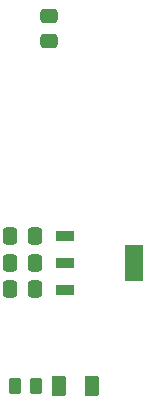
<source format=gbr>
%TF.GenerationSoftware,KiCad,Pcbnew,(6.0.9)*%
%TF.CreationDate,2023-05-29T15:26:19+10:00*%
%TF.ProjectId,SumoNyxPCB2.2,53756d6f-4e79-4785-9043-42322e322e6b,rev?*%
%TF.SameCoordinates,Original*%
%TF.FileFunction,Paste,Top*%
%TF.FilePolarity,Positive*%
%FSLAX46Y46*%
G04 Gerber Fmt 4.6, Leading zero omitted, Abs format (unit mm)*
G04 Created by KiCad (PCBNEW (6.0.9)) date 2023-05-29 15:26:19*
%MOMM*%
%LPD*%
G01*
G04 APERTURE LIST*
G04 Aperture macros list*
%AMRoundRect*
0 Rectangle with rounded corners*
0 $1 Rounding radius*
0 $2 $3 $4 $5 $6 $7 $8 $9 X,Y pos of 4 corners*
0 Add a 4 corners polygon primitive as box body*
4,1,4,$2,$3,$4,$5,$6,$7,$8,$9,$2,$3,0*
0 Add four circle primitives for the rounded corners*
1,1,$1+$1,$2,$3*
1,1,$1+$1,$4,$5*
1,1,$1+$1,$6,$7*
1,1,$1+$1,$8,$9*
0 Add four rect primitives between the rounded corners*
20,1,$1+$1,$2,$3,$4,$5,0*
20,1,$1+$1,$4,$5,$6,$7,0*
20,1,$1+$1,$6,$7,$8,$9,0*
20,1,$1+$1,$8,$9,$2,$3,0*%
G04 Aperture macros list end*
%ADD10RoundRect,0.250000X-0.337500X-0.475000X0.337500X-0.475000X0.337500X0.475000X-0.337500X0.475000X0*%
%ADD11RoundRect,0.250000X0.475000X-0.337500X0.475000X0.337500X-0.475000X0.337500X-0.475000X-0.337500X0*%
%ADD12R,1.549400X0.863600*%
%ADD13R,1.549400X3.149600*%
%ADD14RoundRect,0.250000X0.375000X0.625000X-0.375000X0.625000X-0.375000X-0.625000X0.375000X-0.625000X0*%
%ADD15RoundRect,0.250000X0.262500X0.450000X-0.262500X0.450000X-0.262500X-0.450000X0.262500X-0.450000X0*%
G04 APERTURE END LIST*
D10*
%TO.C,C4*%
X173462500Y-92071500D03*
X175537500Y-92071500D03*
%TD*%
D11*
%TO.C,C8*%
X176750000Y-71037500D03*
X176750000Y-68962500D03*
%TD*%
D10*
%TO.C,C1*%
X173462500Y-89821500D03*
X175537500Y-89821500D03*
%TD*%
D12*
%TO.C,U1*%
X178066300Y-87510100D03*
X178066300Y-89821500D03*
X178066300Y-92132900D03*
D13*
X183933700Y-89821500D03*
%TD*%
D14*
%TO.C,F1*%
X180400000Y-100250000D03*
X177600000Y-100250000D03*
%TD*%
D15*
%TO.C,R2*%
X175662500Y-100250000D03*
X173837500Y-100250000D03*
%TD*%
D10*
%TO.C,C6*%
X173462500Y-87571500D03*
X175537500Y-87571500D03*
%TD*%
M02*

</source>
